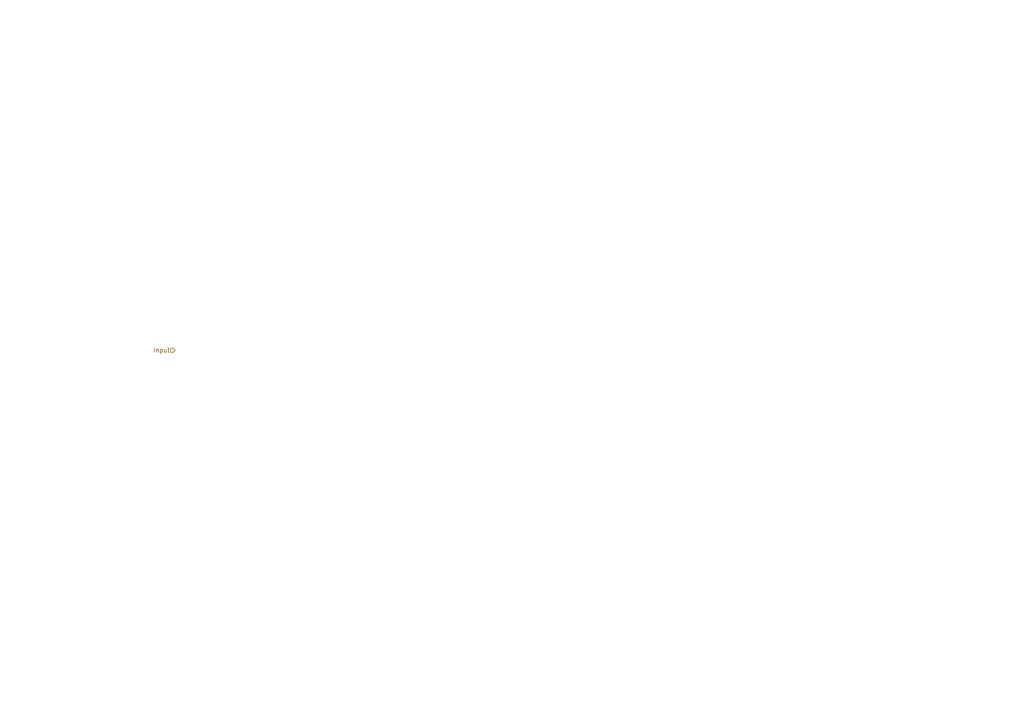
<source format=kicad_sch>
(kicad_sch (version 20211123) (generator eeschema)
  (paper "A4")
  (lib_symbols)
  (hierarchical_label "Input" (shape input) (at 50.8 101.6 180))
)
</source>
